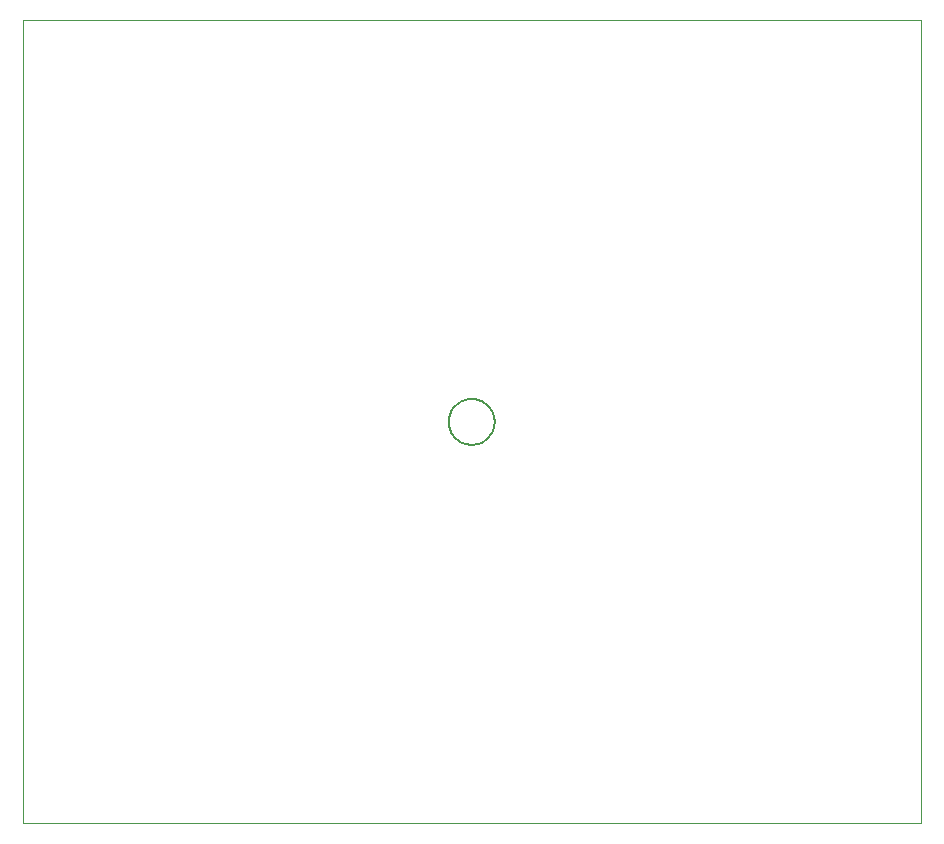
<source format=gko>
%FSTAX23Y23*%
%MOIN*%
%SFA1B1*%

%IPPOS*%
%ADD10C,0.007870*%
%ADD62C,0.003940*%
%LNmod_duo_x_cb-1*%
%LPD*%
G54D10*
X01572Y01338D02*
D01*
X01572Y01343*
X01571Y01349*
X0157Y01354*
X01569Y01359*
X01567Y01364*
X01565Y01369*
X01563Y01374*
X0156Y01379*
X01557Y01383*
X01554Y01387*
X01551Y01391*
X01547Y01395*
X01543Y01398*
X01538Y01401*
X01534Y01404*
X01529Y01407*
X01524Y01409*
X01519Y01411*
X01514Y01412*
X01509Y01413*
X01504Y01414*
X01498Y01414*
X01493*
X01488Y01414*
X01482Y01413*
X01477Y01412*
X01472Y01411*
X01467Y01409*
X01462Y01407*
X01457Y01404*
X01453Y01401*
X01449Y01398*
X01444Y01395*
X01441Y01391*
X01437Y01387*
X01434Y01383*
X01431Y01379*
X01428Y01374*
X01426Y01369*
X01424Y01364*
X01422Y01359*
X01421Y01354*
X0142Y01349*
X01419Y01343*
X01419Y01338*
X01419Y01333*
X0142Y01327*
X01421Y01322*
X01422Y01317*
X01424Y01312*
X01426Y01307*
X01428Y01302*
X01431Y01298*
X01434Y01293*
X01437Y01289*
X01441Y01285*
X01444Y01281*
X01449Y01278*
X01453Y01275*
X01457Y01272*
X01462Y01269*
X01467Y01267*
X01472Y01265*
X01477Y01264*
X01482Y01263*
X01488Y01262*
X01493Y01262*
X01498*
X01504Y01262*
X01509Y01263*
X01514Y01264*
X01519Y01265*
X01524Y01267*
X01529Y01269*
X01534Y01272*
X01538Y01275*
X01543Y01278*
X01547Y01281*
X01551Y01285*
X01554Y01289*
X01557Y01293*
X0156Y01298*
X01563Y01302*
X01565Y01307*
X01567Y01312*
X01569Y01317*
X0157Y01322*
X01571Y01327*
X01572Y01333*
X01572Y01338*
G54D62*
X02992Y0D02*
Y02677D01*
X0D02*
X02992D01*
X0Y0D02*
Y02677D01*
Y0D02*
X02992D01*
M02*
</source>
